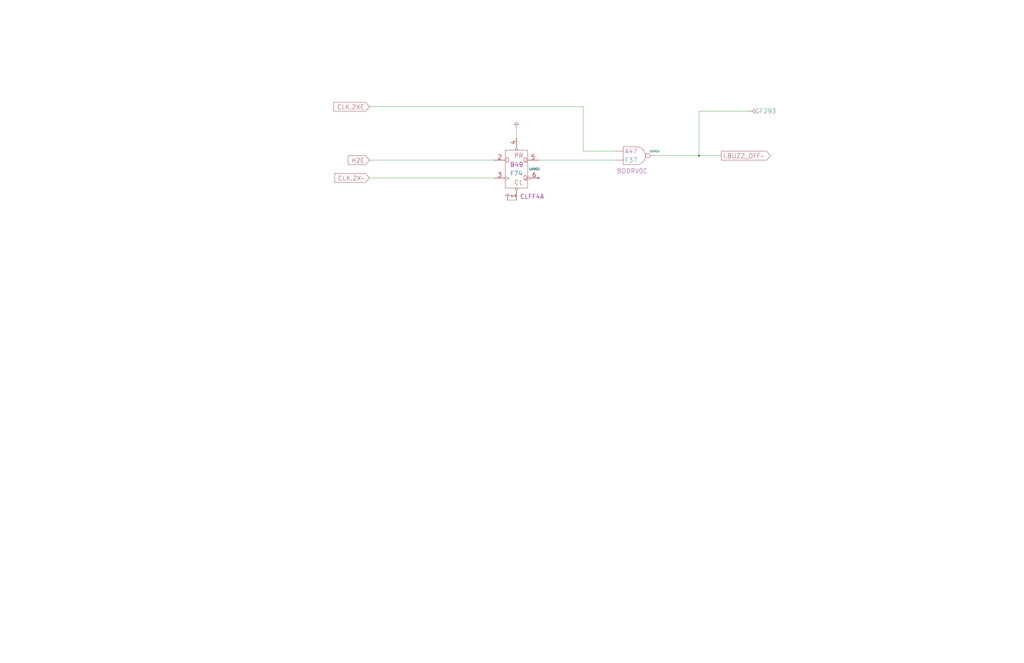
<source format=kicad_sch>
(kicad_sch (version 20221206) (generator eeschema)
  (paper "User" 584.2 378.46)
  (title_block (title "CLOCKS\\nBUZZ OFF") (date "22-SEP-90") (rev "2.0") (comment 1 "IOC") (comment 2 "232-003061") (comment 3 "S400") (comment 4 "RELEASED"))
  (lib_symbols
    (symbol "r1000:F37" (pin_numbers hide) (pin_names (offset 0) hide)
      (property "Reference" "U" (at 15.24 0 0))
      (property "Value" "F37" (at 1.905 -5.08 0))
      (property "Location" "___" (at 1.905 0 0))
      (property "Name" "______" (at 2.54 -12.7 0))
      (symbol "F37_0_1"
        (polyline (pts (xy -2.54 -7.62) (xy 5.08 -7.62)) (stroke (width 0.1524)))
        (polyline (pts (xy -2.54 2.54) (xy -2.54 -7.62)) (stroke (width 0.1524)))
        (polyline (pts (xy -2.54 2.54) (xy 5.08 2.54)) (stroke (width 0.1524)))
        (arc (start 5.08 -7.62) (mid 10.1282 -2.54) (end 5.08 2.54) (stroke (width 0.1524)))
        (circle (center 11.43 -2.54) (radius 1.27) (stroke (width 0.1524)))
      )
      (symbol "F37_0_2"
        (circle (center -3.81 -5.08) (radius 1.27) (stroke (width 0.1524)))
        (circle (center -3.81 0) (radius 1.27) (stroke (width 0.1524)))
        (arc (start -3.175 -7.62) (mid -2.134 -2.54) (end -3.175 2.54) (stroke (width 0.1524)))
        (polyline (pts (xy -3.175 -7.62) (xy 3.81 -7.62)) (stroke (width 0.1524)))
        (polyline (pts (xy -3.175 2.54) (xy 3.81 2.54)) (stroke (width 0.1524)))
        (arc (start 3.81 -7.62) (mid 7.5855 -5.8306) (end 10.16 -2.54) (stroke (width 0.1524)))
        (arc (start 10.16 -2.54) (mid 7.5827 0.7471) (end 3.81 2.54) (stroke (width 0.1524)))
      )
      (symbol "F37_1_1"
        (pin input line (at -7.62 0 0) (length 5.08) (name "D0") (number "1"))
        (pin input line (at -7.62 -5.08 0) (length 5.08) (name "D1") (number "2"))
        (pin output line (at 15.24 -2.54 180) (length 2.54) (name "Q") (number "3"))
      )
      (symbol "F37_1_2"
        (pin input line (at -7.62 0 0) (length 2.54) (name "D0") (number "1"))
        (pin input line (at -7.62 -5.08 0) (length 2.54) (name "D1") (number "2"))
        (pin output line (at 15.24 -2.54 180) (length 5.08) (name "Q") (number "3"))
      )
    )
    (symbol "r1000:F74" (pin_names (offset 1.016) hide)
      (property "Reference" "U" (at 12.7 -2.54 0))
      (property "Value" "F74" (at -1.27 -5.08 0))
      (property "Location" "___" (at -1.27 0 0))
      (property "Name" "______" (at 11.43 -19.685 0))
      (symbol "F74_0_1"
        (rectangle (start -3.81 8.255) (end 8.89 -13.335) (stroke (width 0.1524)))
        (polyline (pts (xy 2.54 -15.24) (xy 2.54 -14.605)) (stroke (width 0.1524)))
        (polyline (pts (xy 2.54 10.16) (xy 2.54 9.525)) (stroke (width 0.1524)))
      )
      (symbol "F74_1_1"
        (circle (center 2.54 -13.97) (radius 0.635))
        (circle (center 2.54 8.89) (radius 0.635))
        (circle (center 9.525 -7.62) (radius 0.635))
        (text ">" (at -2.54 -7.62 0) (effects (font (size 2.54 2.54))))
        (text "C" (at 2.54 -10.16 0) (effects (font (size 2.54 2.54))))
        (text "D" (at -2.54 2.54 0) (effects (font (size 2.54 2.54))))
        (text "L" (at 5.08 -10.16 0) (effects (font (size 2.54 2.54))))
        (text "P" (at 2.54 5.08 0) (effects (font (size 2.54 2.54))))
        (text "Q" (at 7.62 -7.62 0) (effects (font (size 2.54 2.54))))
        (text "Q" (at 7.62 2.54 0) (effects (font (size 2.54 2.54))))
        (text "R" (at 5.08 5.08 0) (effects (font (size 2.54 2.54))))
        (pin input line (at 2.54 -20.32 90) (length 5.08) (name "CL_") (number "1"))
        (pin input line (at -10.16 2.54 0) (length 6.35) (name "D") (number "2"))
        (pin input line (at -10.16 -7.62 0) (length 6.35) (name "CLK") (number "3"))
        (pin input line (at 2.54 15.24 270) (length 5.08) (name "PR_") (number "4"))
        (pin output line (at 15.24 2.54 180) (length 6.35) (name "Q") (number "5"))
        (pin output line (at 15.24 -7.62 180) (length 5.08) (name "Q_") (number "6"))
      )
    )
    (symbol "r1000:GF" (pin_numbers hide) (pin_names (offset 0) hide)
      (property "Reference" "GF" (at 3.81 0 0))
      (symbol "GF_0_1"
        (polyline (pts (xy 2.54 0) (xy 3.81 1.27) (xy 3.81 -1.27) (xy 2.54 0)) (stroke (width 0.1524)))
      )
      (symbol "GF_1_1"
        (pin bidirectional line (at 0 0 0) (length 2.54) (name "") (number "1"))
      )
    )
    (symbol "r1000:PU" (power) (pin_numbers hide) (pin_names hide)
      (symbol "PU_0_1"
        (polyline (pts (xy 0 2.54) (xy -1.27 2.54) (xy 0 3.81) (xy 1.27 2.54) (xy 0 2.54)) (stroke (width 0.1524)))
      )
      (symbol "PU_1_1"
        (pin power_in line (at 0 0 90) (length 2.54) (name "PU") (number "1"))
      )
    )
  )
  (junction (at 398.78 88.9))
  (no_connect (at 307.34 101.6))
  (wire (pts (xy 210.82 101.6) (xy 281.94 101.6)))
  (wire (pts (xy 398.78 88.9) (xy 411.48 88.9)))
  (wire (pts (xy 210.82 91.44) (xy 281.94 91.44)))
  (wire (pts (xy 398.78 63.5) (xy 398.78 88.9)))
  (wire (pts (xy 373.38 88.9) (xy 398.78 88.9)))
  (wire (pts (xy 332.74 86.36) (xy 350.52 86.36)))
  (wire (pts (xy 332.74 60.96) (xy 332.74 86.36)))
  (wire (pts (xy 398.78 63.5) (xy 426.72 63.5)))
  (wire (pts (xy 294.64 73.66) (xy 294.64 78.74)))
  (wire (pts (xy 289.56 114.3) (xy 294.64 114.3)))
  (wire (pts (xy 307.34 91.44) (xy 350.52 91.44)))
  (wire (pts (xy 210.82 60.96) (xy 332.74 60.96)))
  (global_label "I.BUZZ_OFF~" (shape output) (at 411.48 88.9 0) (effects (font (size 2.54 2.54))) (property "Intersheetrefs" "${INTERSHEET_REFS}" (at 445.6974 88.7413 0) (effects (font (size 1.905 1.905)) (justify left))))
  (global_label "CLK.2X~" (shape input) (at 210.82 101.6 180) (effects (font (size 2.54 2.54))) (property "Intersheetrefs" "${INTERSHEET_REFS}" (at 184.8273 101.4413 0) (effects (font (size 1.905 1.905)) (justify right))))
  (global_label "H2E" (shape input) (at 210.82 91.44 180) (effects (font (size 2.54 2.54))) (property "Intersheetrefs" "${INTERSHEET_REFS}" (at 198.6159 91.2813 0) (effects (font (size 1.905 1.905)) (justify right))))
  (global_label "CLK.2XE" (shape input) (at 210.82 60.96 180) (effects (font (size 2.54 2.54))) (property "Intersheetrefs" "${INTERSHEET_REFS}" (at 184.3435 60.8013 0) (effects (font (size 1.905 1.905)) (justify right))))
  (symbol (lib_id "r1000:GF") (at 426.72 63.5 0) (unit 1)
    (property "Reference" "GF293" (at 430.53 63.5 0) (effects (font (size 2.54 2.54)) (justify left)))
    (property "Value" "GF" (effects hide))
  )
  (symbol (lib_id "r1000:PU") (at 289.56 114.3 0) (unit 1)
    (property "Reference" "#PWR06901" (effects hide))
    (property "Value" "PU" (effects hide))
  )
  (symbol (lib_id "r1000:F74") (at 292.1 93.98 0) (unit 1)
    (property "Reference" "U6902" (at 304.8 96.52 0))
    (property "Value" "F74" (at 290.83 99.06 0) (effects (font (size 2.54 2.54)) (justify left)))
    (property "Location" "B49" (at 290.83 93.98 0) (effects (font (size 2.54 2.54)) (justify left)))
    (property "Name" "CLFF4A" (at 303.53 113.665 0) (effects (font (size 2.54 2.54)) (justify bottom)))
  )
  (symbol (lib_id "r1000:F37") (at 358.14 86.36 0) (unit 1)
    (property "Reference" "U6904" (at 373.38 86.36 0))
    (property "Value" "F37" (at 360.045 91.44 0) (effects (font (size 2.54 2.54))))
    (property "Location" "A47" (at 360.045 86.36 0) (effects (font (size 2.54 2.54))))
    (property "Name" "BODRV0C" (at 360.68 99.06 0) (effects (font (size 2.54 2.54)) (justify bottom)))
  )
  (symbol (lib_id "r1000:PU") (at 294.64 73.66 0) (unit 1)
    (property "Reference" "#PWR06902" (effects hide))
    (property "Value" "PU" (effects hide))
  )
)
</source>
